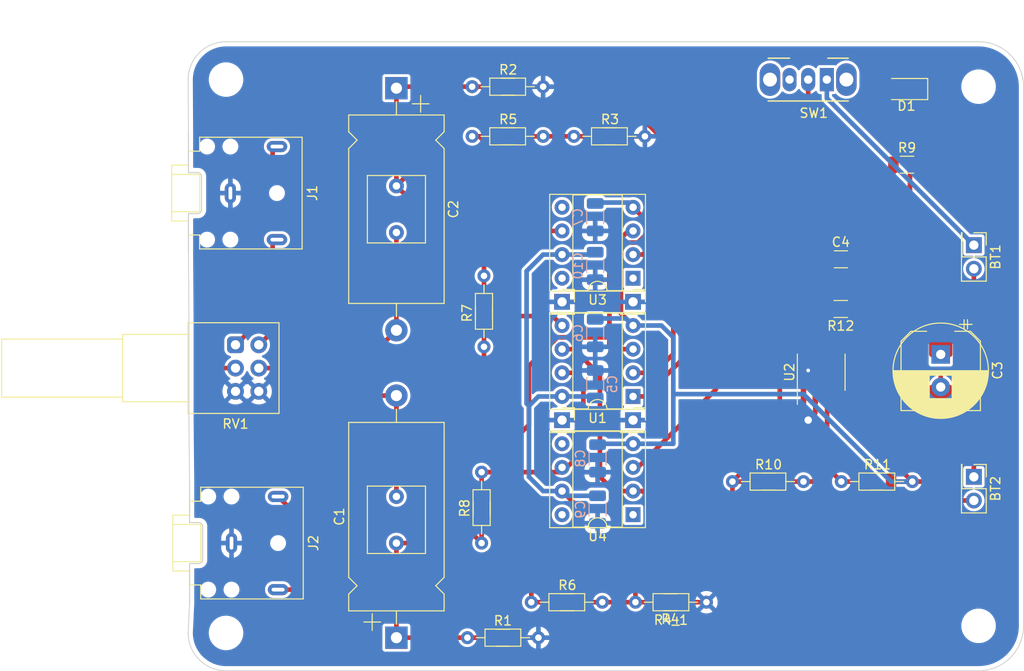
<source format=kicad_pcb>
(kicad_pcb (version 20221018) (generator pcbnew)
  (layers (0 "F.Cu" signal) (31 "B.Cu" signal) (34 "B.Paste" user) (35 "F.Paste" user) (36 "B.SilkS" user "B.Silkscreen") (37 "F.SilkS" user "F.Silkscreen") (38 "B.Mask" user) (39 "F.Mask" user) (44 "Edge.Cuts" user))
  (net 0 "")
  (net 1 "Net-(BT1-+)")
  (net 2 "Net-(BT1--)")
  (net 3 "V-")
  (net 4 "/1+")
  (net 5 "Net-(C1-Pad2)")
  (net 6 "/2+")
  (net 7 "Net-(C2-Pad2)")
  (net 8 "V+")
  (net 9 "Net-(C4-Pad1)")
  (net 10 "GND")
  (net 11 "Net-(D1-A)")
  (net 12 "Net-(J1-PadR)")
  (net 13 "Net-(J1-PadT)")
  (net 14 "Net-(J2-PadR)")
  (net 15 "Net-(J2-PadT)")
  (net 16 "/1-")
  (net 17 "/2-")
  (net 18 "/1O")
  (net 19 "/2O")
  (net 20 "Net-(U2-+)")
  (footprint "Capacitor_SMD:C_1206_3216Metric" (layer "F.Cu") (at 219.407 66.548)
    (fp_text reference "C4" (at 0 -1.85) (layer "F.SilkS"))
    (fp_text value "5pF")
    (pad "1" smd roundrect (at -1.475 0) (size 1.15 1.8) (layers "F.Cu" "F.Paste" "F.Mask") (roundrect_rratio 0.217391) (net 9 "Net-(C4-Pad1)"))
    (pad "2" smd roundrect (at 1.475 0) (size 1.15 1.8) (layers "F.Cu" "F.Paste" "F.Mask") (roundrect_rratio 0.217391) (net 10 "GND"))
  )
  (footprint "LED_SMD:LED_1206_3216Metric" (layer "F.Cu") (at 226.444 48.26 180)
    (fp_text reference "D1" (at 0 -1.82) (layer "F.SilkS"))
    (fp_text value "LED")
    (pad "1" smd roundrect (at -1.4 0 180) (size 1.25 1.75) (layers "F.Cu" "F.Paste" "F.Mask") (roundrect_rratio 0.2) (net 11 "Net-(D1-A)"))
    (pad "2" smd roundrect (at 1.4 0 180) (size 1.25 1.75) (layers "F.Cu" "F.Paste" "F.Mask") (roundrect_rratio 0.2) (net 3 "V-"))
  )
  (footprint "MountingHole:MountingHole_3.2mm_M3_ISO7380" (layer "F.Cu") (at 153.416 47.244)
    (fp_text reference "REF**" hide)
    (fp_text value "MountingHole_3.2mm_M3_ISO7380" hide)
    (pad "" np_thru_hole circle (at 0 0) (size 3.2 3.2) (drill 3.2) (layers "*.Cu" "*.Mask"))
  )
  (footprint "Connector_PinSocket_2.54mm:PinSocket_1x01_P2.54mm_Vertical" (layer "F.Cu") (at 197.104 83.82)
    (fp_text reference "TP4" hide)
    (fp_text value "TestPoint" hide)
    (pad "1" thru_hole rect (at 0 0) (size 1.7 1.7) (drill 1) (layers "*.Cu" "*.Mask") (net 10 "GND"))
  )
  (footprint "Connector_PinHeader_2.54mm:PinHeader_2x01_P2.54mm_Vertical" (layer "F.Cu") (at 233.68 65.024 -90)
    (fp_text reference "BT1" (at 1.27 -2.33 90) (layer "F.SilkS"))
    (fp_text value "9V")
    (pad "1" thru_hole rect (at 0 0 270) (size 1.7 1.7) (drill 1) (layers "*.Cu" "*.Mask") (net 1 "Net-(BT1-+)"))
    (pad "2" thru_hole oval (at 2.54 0 270) (size 1.7 1.7) (drill 1) (layers "*.Cu" "*.Mask") (net 2 "Net-(BT1--)"))
  )
  (footprint "Resistor_THT:R_Axial_DIN0204_L3.6mm_D1.6mm_P7.62mm_Horizontal" (layer "F.Cu") (at 186.182 103.378)
    (fp_text reference "R6_1" hide)
    (fp_text value "10k")
    (pad "1" thru_hole circle (at 0 0) (size 1.4 1.4) (drill 0.7) (layers "*.Cu" "*.Mask") (net 19 "/2O"))
    (pad "2" thru_hole oval (at 7.62 0) (size 1.4 1.4) (drill 0.7) (layers "*.Cu" "*.Mask") (net 17 "/2-"))
  )
  (footprint "Capacitor_THT:C_Rect_L7.0mm_W6.0mm_P5.00mm" (layer "F.Cu") (at 171.704 92.028 -90)
    (fp_text reference "C1_1" hide)
    (fp_text value "0,1µF")
    (pad "1" thru_hole circle (at 0 0 270) (size 1.6 1.6) (drill 0.8) (layers "*.Cu" "*.Mask") (net 5 "Net-(C1-Pad2)"))
    (pad "2" thru_hole circle (at 5 0 270) (size 1.6 1.6) (drill 0.8) (layers "*.Cu" "*.Mask") (net 4 "/1+"))
  )
  (footprint "Package_DIP:DIP-8_W7.62mm_Socket" (layer "F.Cu") (at 197.104 93.98 180)
    (fp_text reference "U4" (at 3.81 -2.33) (layer "F.SilkS"))
    (fp_text value "LMH6642")
    (pad "1" thru_hole rect (at 0 0 180) (size 1.6 1.6) (drill 0.8) (layers "*.Cu" "*.Mask"))
    (pad "2" thru_hole oval (at 0 2.54 180) (size 1.6 1.6) (drill 0.8) (layers "*.Cu" "*.Mask") (net 17 "/2-"))
    (pad "3" thru_hole oval (at 0 5.08 180) (size 1.6 1.6) (drill 0.8) (layers "*.Cu" "*.Mask") (net 6 "/2+"))
    (pad "4" thru_hole oval (at 0 7.62 180) (size 1.6 1.6) (drill 0.8) (layers "*.Cu" "*.Mask") (net 3 "V-"))
    (pad "5" thru_hole oval (at 7.62 7.62 180) (size 1.6 1.6) (drill 0.8) (layers "*.Cu" "*.Mask"))
    (pad "6" thru_hole oval (at 7.62 5.08 180) (size 1.6 1.6) (drill 0.8) (layers "*.Cu" "*.Mask") (net 19 "/2O"))
    (pad "7" thru_hole oval (at 7.62 2.54 180) (size 1.6 1.6) (drill 0.8) (layers "*.Cu" "*.Mask") (net 8 "V+"))
    (pad "8" thru_hole oval (at 7.62 0 180) (size 1.6 1.6) (drill 0.8) (layers "*.Cu" "*.Mask"))
  )
  (footprint "Connector_PinSocket_2.54mm:PinSocket_1x01_P2.54mm_Vertical" (layer "F.Cu") (at 197.104 71.12)
    (fp_text reference "TP2" hide)
    (fp_text value "TestPoint" hide)
    (pad "1" thru_hole rect (at 0 0) (size 1.7 1.7) (drill 1) (layers "*.Cu" "*.Mask") (net 10 "GND"))
  )
  (footprint "Resistor_SMD:R_1206_3216Metric" (layer "F.Cu") (at 183.7035 48.006)
    (fp_text reference "R2" (at 0 -1.82) (layer "F.SilkS"))
    (fp_text value "100k")
    (pad "1" smd roundrect (at -1.4625 0) (size 1.125 1.75) (layers "F.Cu" "F.Paste" "F.Mask") (roundrect_rratio 0.222222) (net 6 "/2+"))
    (pad "2" smd roundrect (at 1.4625 0) (size 1.125 1.75) (layers "F.Cu" "F.Paste" "F.Mask") (roundrect_rratio 0.222222) (net 10 "GND"))
  )
  (footprint "Connector_PinSocket_2.54mm:PinSocket_1x01_P2.54mm_Vertical" (layer "F.Cu") (at 189.484 83.82)
    (fp_text reference "TP3" hide)
    (fp_text value "TestPoint" hide)
    (pad "1" thru_hole rect (at 0 0) (size 1.7 1.7) (drill 1) (layers "*.Cu" "*.Mask") (net 10 "GND"))
  )
  (footprint "Package_DIP:DIP-8_W7.62mm_Socket" (layer "F.Cu") (at 197.104 81.28 180)
    (fp_text reference "U1" (at 3.81 -2.33) (layer "F.SilkS"))
    (fp_text value "MC33178")
    (pad "1" thru_hole rect (at 0 0 180) (size 1.6 1.6) (drill 0.8) (layers "*.Cu" "*.Mask") (net 18 "/1O"))
    (pad "2" thru_hole oval (at 0 2.54 180) (size 1.6 1.6) (drill 0.8) (layers "*.Cu" "*.Mask") (net 16 "/1-"))
    (pad "3" thru_hole oval (at 0 5.08 180) (size 1.6 1.6) (drill 0.8) (layers "*.Cu" "*.Mask") (net 4 "/1+"))
    (pad "4" thru_hole oval (at 0 7.62 180) (size 1.6 1.6) (drill 0.8) (layers "*.Cu" "*.Mask") (net 3 "V-"))
    (pad "5" thru_hole oval (at 7.62 7.62 180) (size 1.6 1.6) (drill 0.8) (layers "*.Cu" "*.Mask") (net 6 "/2+"))
    (pad "6" thru_hole oval (at 7.62 5.08 180) (size 1.6 1.6) (drill 0.8) (layers "*.Cu" "*.Mask") (net 17 "/2-"))
    (pad "7" thru_hole oval (at 7.62 2.54 180) (size 1.6 1.6) (drill 0.8) (layers "*.Cu" "*.Mask") (net 19 "/2O"))
    (pad "8" thru_hole oval (at 7.62 0 180) (size 1.6 1.6) (drill 0.8) (layers "*.Cu" "*.Mask") (net 8 "V+"))
  )
  (footprint "Capacitor_SMD:CP_Elec_8x10" (layer "F.Cu") (at 230.124 78.538 -90)
    (fp_text reference "C3" (at -0.052 -6.096 90) (layer "F.SilkS"))
    (fp_text value "220µF")
    (pad "1" smd roundrect (at -3.25 0 270) (size 3.5 2.5) (layers "F.Cu" "F.Paste" "F.Mask") (roundrect_rratio 0.1) (net 8 "V+"))
    (pad "2" smd roundrect (at 3.25 0 270) (size 3.5 2.5) (layers "F.Cu" "F.Paste" "F.Mask") (roundrect_rratio 0.1) (net 3 "V-"))
  )
  (footprint "Resistor_THT:R_Axial_DIN0204_L3.6mm_D1.6mm_P7.62mm_Horizontal" (layer "F.Cu") (at 179.324 107.188)
    (fp_text reference "R1_1" hide)
    (fp_text value "100k")
    (pad "1" thru_hole circle (at 0 0) (size 1.4 1.4) (drill 0.7) (layers "*.Cu" "*.Mask") (net 4 "/1+"))
    (pad "2" thru_hole oval (at 7.62 0) (size 1.4 1.4) (drill 0.7) (layers "*.Cu" "*.Mask") (net 10 "GND"))
  )
  (footprint "Resistor_SMD:R_1206_3216Metric" (layer "F.Cu") (at 211.6435 90.424)
    (fp_text reference "R10" (at 0 -1.82) (layer "F.SilkS"))
    (fp_text value "220k")
    (pad "1" smd roundrect (at -1.4625 0) (size 1.125 1.75) (layers "F.Cu" "F.Paste" "F.Mask") (roundrect_rratio 0.222222) (net 8 "V+"))
    (pad "2" smd roundrect (at 1.4625 0) (size 1.125 1.75) (layers "F.Cu" "F.Paste" "F.Mask") (roundrect_rratio 0.222222) (net 20 "Net-(U2-+)"))
  )
  (footprint "Resistor_SMD:R_1206_3216Metric" (layer "F.Cu") (at 180.848 93.2795 90)
    (fp_text reference "R8" (at 0 -1.82 90) (layer "F.SilkS"))
    (fp_text value "38")
    (pad "1" smd roundrect (at -1.4625 0 90) (size 1.125 1.75) (layers "F.Cu" "F.Paste" "F.Mask") (roundrect_rratio 0.222222) (net 15 "Net-(J2-PadT)"))
    (pad "2" smd roundrect (at 1.4625 0 90) (size 1.125 1.75) (layers "F.Cu" "F.Paste" "F.Mask") (roundrect_rratio 0.222222) (net 19 "/2O"))
  )
  (footprint "Resistor_SMD:R_1206_3216Metric" (layer "F.Cu") (at 223.3275 90.424)
    (fp_text reference "R11" (at 0 -1.82) (layer "F.SilkS"))
    (fp_text value "220k")
    (pad "1" smd roundrect (at -1.4625 0) (size 1.125 1.75) (layers "F.Cu" "F.Paste" "F.Mask") (roundrect_rratio 0.222222) (net 20 "Net-(U2-+)"))
    (pad "2" smd roundrect (at 1.4625 0) (size 1.125 1.75) (layers "F.Cu" "F.Paste" "F.Mask") (roundrect_rratio 0.222222) (net 3 "V-"))
  )
  (footprint "Connector_PinHeader_2.54mm:PinHeader_2x01_P2.54mm_Vertical" (layer "F.Cu") (at 233.68 89.916 -90)
    (fp_text reference "BT2" (at 1.27 -2.33 90) (layer "F.SilkS"))
    (fp_text value "9V")
    (pad "1" thru_hole rect (at 0 0 270) (size 1.7 1.7) (drill 1) (layers "*.Cu" "*.Mask") (net 2 "Net-(BT1--)"))
    (pad "2" thru_hole oval (at 2.54 0 270) (size 1.7 1.7) (drill 1) (layers "*.Cu" "*.Mask") (net 3 "V-"))
  )
  (footprint "Resistor_THT:R_Axial_DIN0204_L3.6mm_D1.6mm_P7.62mm_Horizontal" (layer "F.Cu") (at 181.102 75.946 90)
    (fp_text reference "R7_1" hide)
    (fp_text value "38")
    (pad "1" thru_hole circle (at 0 0 90) (size 1.4 1.4) (drill 0.7) (layers "*.Cu" "*.Mask") (net 14 "Net-(J2-PadR)"))
    (pad "2" thru_hole oval (at 7.62 0 90) (size 1.4 1.4) (drill 0.7) (layers "*.Cu" "*.Mask") (net 18 "/1O"))
  )
  (footprint "Resistor_THT:R_Axial_DIN0204_L3.6mm_D1.6mm_P7.62mm_Horizontal" (layer "F.Cu") (at 207.772 90.424)
    (fp_text reference "R10_1" hide)
    (fp_text value "220k")
    (pad "1" thru_hole circle (at 0 0) (size 1.4 1.4) (drill 0.7) (layers "*.Cu" "*.Mask") (net 8 "V+"))
    (pad "2" thru_hole oval (at 7.62 0) (size 1.4 1.4) (drill 0.7) (layers "*.Cu" "*.Mask") (net 20 "Net-(U2-+)"))
  )
  (footprint "Resistor_THT:R_Axial_DIN0204_L3.6mm_D1.6mm_P7.62mm_Horizontal" (layer "F.Cu") (at 204.978 103.378 180)
    (fp_text reference "R4_1" (at 3.81 -1.92) (layer "F.SilkS"))
    (fp_text value "1k")
    (pad "1" thru_hole circle (at 0 0 180) (size 1.4 1.4) (drill 0.7) (layers "*.Cu" "*.Mask") (net 10 "GND"))
    (pad "2" thru_hole oval (at 7.62 0 180) (size 1.4 1.4) (drill 0.7) (layers "*.Cu" "*.Mask") (net 17 "/2-"))
  )
  (footprint "MountingHole:MountingHole_3.2mm_M3_ISO7380" (layer "F.Cu") (at 234.188 105.918)
    (fp_text reference "REF**" hide)
    (fp_text value "MountingHole_3.2mm_M3_ISO7380" hide)
    (pad "" np_thru_hole circle (at 0 0) (size 3.2 3.2) (drill 3.2) (layers "*.Cu" "*.Mask"))
  )
  (footprint "Button_Switch_THT:SW_CuK_OS102011MA1QN1_SPDT_Angled" (layer "F.Cu") (at 217.9 47.244 180)
    (fp_text reference "SW1" (at 1.4 -3.6) (layer "F.SilkS"))
    (fp_text value "SPST")
    (pad "" thru_hole oval (at -2.1 0 180) (size 2.2 3.5) (drill 1.5) (layers "*.Cu" "*.Mask"))
    (pad "" thru_hole oval (at 6.1 0 180) (size 2.2 3.5) (drill 1.5) (layers "*.Cu" "*.Mask"))
    (pad "1" thru_hole rect (at 0 0 180) (size 1.5 2.5) (drill 0.9) (layers "*.Cu" "*.Mask") (net 1 "Net-(BT1-+)"))
    (pad "2" thru_hole oval (at 2 0 180) (size 1.5 2.5) (drill 0.9) (layers "*.Cu" "*.Mask") (net 8 "V+"))
    (pad "3" thru_hole oval (at 4 0 180) (size 1.5 2.5) (drill 0.9) (layers "*.Cu" "*.Mask"))
  )
  (footprint "Connector_Audio:Jack_3.5mm_CUI_SJ1-3523N_Horizontal" (layer "F.Cu") (at 154.004 97.028 -90)
    (fp_text reference "J2" (at 0 -8.8 90) (layer "F.SilkS"))
    (fp_text value "AudioJack3")
    (fp_line (start -2.2 3.5) (end -2.2 4.5) (stroke (width 0.12)) (layer "Edge.Cuts"))
    (fp_line (start -2.2 4.5) (end -6.5 4.5) (stroke (width 0.12)) (layer "Edge.Cuts"))
    (fp_line (start 1.8 3.1) (end -1.8 3.1) (stroke (width 0.12)) (layer "Edge.Cuts"))
    (fp_line (start 2.2 3.5) (end 2.2 4.5) (stroke (width 0.12)) (layer "Edge.Cuts"))
    (fp_line (start 2.2 4.5) (end 6.5 4.5) (stroke (width 0.12)) (layer "Edge.Cuts"))
    (fp_arc (start -2.2 3.5) (mid -2.082842 3.217158) (end -1.8 3.1) (stroke (width 0.12)) (layer "Edge.Cuts"))
    (fp_arc (start 1.8 3.1) (mid 2.082843 3.217157) (end 2.2 3.5) (stroke (width 0.12)) (layer "Edge.Cuts"))
    (pad "" np_thru_hole circle (at -5 0 270) (size 1.2 1.2) (drill 1.2) (layers "*.Cu"))
    (pad "" np_thru_hole circle (at -5 2.5 270) (size 1.2 1.2) (drill 1.2) (layers "*.Cu"))
    (pad "" np_thru_hole circle (at 0 -5 270) (size 1.2 1.2) (drill 1.2) (layers "*.Cu"))
    (pad "" np_thru_hole circle (at 5 0 270) (size 1.2 1.2) (drill 1.2) (layers "*.Cu"))
    (pad "" np_thru_hole circle (at 5 2.5 270) (size 1.2 1.2) (drill 1.2) (layers "*.Cu"))
    (pad "R" thru_hole oval (at -5 -5 270) (size 1.2 2.2) (drill oval 0.4 1.4) (layers "*.Cu" "*.Mask") (net 14 "Net-(J2-PadR)"))
    (pad "S" thru_hole oval (at 0 0 270) (size 2.2 1.2) (drill oval 1.4 0.4) (layers "*.Cu" "*.Mask") (net 10 "GND"))
    (pad "T" thru_hole oval (at 5 -5 90) (size 1.2 2.2) (drill oval 0.4 1.4) (layers "*.Cu" "*.Mask") (net 15 "Net-(J2-PadT)"))
  )
  (footprint "Connector_PinSocket_2.54mm:PinSocket_1x01_P2.54mm_Vertical" (layer "F.Cu") (at 189.484 71.12)
    (fp_text reference "TP1" hide)
    (fp_text value "TestPoint" hide)
    (pad "1" thru_hole rect (at 0 0) (size 1.7 1.7) (drill 1) (layers "*.Cu" "*.Mask") (net 10 "GND"))
  )
  (footprint "Potentiometer_THT:Potentiometer_Alps_RK097_Dual_Horizontal" (layer "F.Cu") (at 154.432 75.732)
    (fp_text reference "RV1" (at 0 8.5 180) (layer "F.SilkS"))
    (fp_text value "DUAL_POT 10k")
    (fp_line (start -5 -2.7) (end -5 7.7) (stroke (width 0.1)) (layer "Edge.Cuts"))
    (pad "1" thru_hole roundrect (at 0 0 180) (size 1.8 1.8) (drill 1) (layers "*.Cu" "*.Mask") (net 12 "Net-(J1-PadR)"))
    (pad "2" thru_hole circle (at 0 2.5 180) (size 1.8 1.8) (drill 1) (layers "*.Cu" "*.Mask") (net 5 "Net-(C1-Pad2)"))
    (pad "3" thru_hole circle (at 0 5 180) (size 1.8 1.8) (drill 1) (layers "*.Cu" "*.Mask") (net 10 "GND"))
    (pad "4" thru_hole circle (at 2.5 0 180) (size 1.8 1.8) (drill 1) (layers "*.Cu" "*.Mask") (net 13 "Net-(J1-PadT)"))
    (pad "5" thru_hole circle (at 2.5 2.5 180) (size 1.8 1.8) (drill 1) (layers "*.Cu" "*.Mask") (net 7 "Net-(C2-Pad2)"))
    (pad "6" thru_hole circle (at 2.5 5 180) (size 1.8 1.8) (drill 1) (layers "*.Cu" "*.Mask") (net 10 "GND"))
  )
  (footprint "Capacitor_THT:CP_Radial_D10.0mm_P3.50mm" (layer "F.Cu") (at 230.124 76.764 -90)
    (fp_text reference "C3_1" hide)
    (fp_text value "220µF")
    (pad "1" thru_hole rect (at 0 0 270) (size 2 2) (drill 1) (layers "*.Cu" "*.Mask") (net 8 "V+"))
    (pad "2" thru_hole circle (at 3.5 0 270) (size 2 2) (drill 1) (layers "*.Cu" "*.Mask") (net 3 "V-"))
  )
  (footprint "MountingHole:MountingHole_3.2mm_M3_ISO7380" (layer "F.Cu") (at 234.188 48.006)
    (fp_text reference "REF**" hide)
    (fp_text value "MountingHole_3.2mm_M3_ISO7380" hide)
    (pad "" np_thru_hole circle (at 0 0) (size 3.2 3.2) (drill 3.2) (layers "*.Cu" "*.Mask"))
  )
  (footprint "Capacitor_THT:C_Rect_L7.0mm_W6.0mm_P5.00mm" (layer "F.Cu") (at 171.704 63.668 90)
    (fp_text reference "C2_1" hide)
    (fp_text value "0,1µF")
    (pad "1" thru_hole circle (at 0 0 90) (size 1.6 1.6) (drill 0.8) (layers "*.Cu" "*.Mask") (net 7 "Net-(C2-Pad2)"))
    (pad "2" thru_hole circle (at 5 0 90) (size 1.6 1.6) (drill 0.8) (layers "*.Cu" "*.Mask") (net 6 "/2+"))
  )
  (footprint "Resistor_SMD:R_1206_3216Metric" (layer "F.Cu") (at 194.6255 53.34)
    (fp_text reference "R3" (at 0 -1.82) (layer "F.SilkS"))
    (fp_text value "1k")
    (pad "1" smd roundrect (at -1.4625 0) (size 1.125 1.75) (layers "F.Cu" "F.Paste" "F.Mask") (roundrect_rratio 0.222222) (net 16 "/1-"))
    (pad "2" smd roundrect (at 1.4625 0) (size 1.125 1.75) (layers "F.Cu" "F.Paste" "F.Mask") (roundrect_rratio 0.222222) (net 10 "GND"))
  )
  (footprint "Resistor_THT:R_Axial_DIN0204_L3.6mm_D1.6mm_P7.62mm_Horizontal" (layer "F.Cu") (at 219.456 90.424)
    (fp_text reference "R11_1" hide)
    (fp_text value "220k")
    (pad "1" thru_hole circle (at 0 0) (size 1.4 1.4) (drill 0.7) (layers "*.Cu" "*.Mask") (net 20 "Net-(U2-+)"))
    (pad "2" thru_hole oval (at 7.62 0) (size 1.4 1.4) (drill 0.7) (layers "*.Cu" "*.Mask") (net 3 "V-"))
  )
  (footprint "Package_SO:SOIC-8_3.9x4.9mm_P1.27mm" (layer "F.Cu") (at 217.297 78.675 90)
    (fp_text reference "U2" (at 0 -3.4 90) (layer "F.SilkS"))
    (fp_text value "LMH6642")
    (pad "1" smd roundrect (at -2.475 -1.905 90) (size 1.95 0.6) (layers "F.Cu" "F.Paste" "F.Mask"))
    (pad "2" smd roundrect (at -2.475 -0.635 90) (size 1.95 0.6) (layers "F.Cu" "F.Paste" "F.Mask") (net 10 "GND"))
    (pad "3" smd roundrect (at -2.475 0.635 90) (size 1.95 0.6) (layers "F.Cu" "F.Paste" "F.Mask") (net 20 "Net-(U2-+)"))
    (pad "4" smd roundrect (at -2.475 1.905 90) (size 1.95 0.6) (layers "F.Cu" "F.Paste" "F.Mask") (net 3 "V-"))
    (pad "5" smd roundrect (at 2.475 1.905 90) (size 1.95 0.6) (layers "F.Cu" "F.Paste" "F.Mask"))
    (pad "6" smd roundrect (at 2.475 0.635 90) (size 1.95 0.6) (layers "F.Cu" "F.Paste" "F.Mask") (net 9 "Net-(C4-Pad1)"))
    (pad "7" smd roundrect (at 2.475 -0.635 90) (size 1.95 0.6) (layers "F.Cu" "F.Paste" "F.Mask") (net 8 "V+"))
    (pad "8" smd roundrect (at 2.475 -1.905 90) (size 1.95 0.6) (layers "F.Cu" "F.Paste" "F.Mask"))
  )
  (footprint "Resistor_THT:R_Axial_DIN0204_L3.6mm_D1.6mm_P7.62mm_Horizontal" (layer "F.Cu") (at 180.848 97.028 90)
    (fp_text reference "R8_1" hide)
    (fp_text value "38")
    (pad "1" thru_hole circle (at 0 0 90) (size 1.4 1.4) (drill 0.7) (layers "*.Cu" "*.Mask") (net 15 "Net-(J2-PadT)"))
    (pad "2" thru_hole oval (at 7.62 0 90) (size 1.4 1.4) (drill 0.7) (layers "*.Cu" "*.Mask") (net 19 "/2O"))
  )
  (footprint "Package_DIP:DIP-8_W7.62mm_Socket" (layer "F.Cu") (at 197.104 68.58 180)
    (fp_text reference "U3" (at 3.81 -2.33) (layer "F.SilkS"))
    (fp_text value "LMH6642")
    (pad "1" thru_hole rect (at 0 0 180) (size 1.6 1.6) (drill 0.8) (layers "*.Cu" "*.Mask"))
    (pad "2" thru_hole oval (at 0 2.54 180) (size 1.6 1.6) (drill 0.8) (layers "*.Cu" "*.Mask") (net 16 "/1-"))
    (pad "3" thru_hole oval (at 0 5.08 180) (size 1.6 1.6) (drill 0.8) (layers "*.Cu" "*.Mask") (net 4 "/1+"))
    (pad "4" thru_hole oval (at 0 7.62 180) (size 1.6 1.6) (drill 0.8) (layers "*.Cu" "*.Mask") (net 3 "V-"))
    (pad "5" thru_hole oval (at 7.62 7.62 180) (size 1.6 1.6) (drill 0.8) (layers "*.Cu" "*.Mask"))
    (pad "6" thru_hole oval (at 7.62 5.08 180) (size 1.6 1.6) (drill 0.8) (layers "*.Cu" "*.Mask") (net 18 "/1O"))
    (pad "7" thru_hole oval (at 7.62 2.54 180) (size 1.6 1.6) (drill 0.8) (layers "*.Cu" "*.Mask") (net 8 "V+"))
    (pad "8" thru_hole oval (at 7.62 0 180) (size 1.6 1.6) (drill 0.8) (layers "*.Cu" "*.Mask"))
  )
  (footprint "Resistor_SMD:R_1206_3216Metric" (layer "F.Cu") (at 183.134 107.188)
    (fp_text reference "R1" (at 0 -1.82) (layer "F.SilkS"))
    (fp_text value "100k")
    (pad "1" smd roundrect (at -1.4625 0) (size 1.125 1.75) (layers "F.Cu" "F.Paste" "F.Mask") (roundrect_rratio 0.222222) (net 4 "/1+"))
    (pad "2" smd roundrect (at 1.4625 0) (size 1.125 1.75) (layers "F.Cu" "F.Paste" "F.Mask") (roundrect_rratio 0.222222) (net 10 "GND"))
  )
  (footprint "Resistor_SMD:R_1206_3216Metric" (layer "F.Cu") (at 219.3945 71.882 180)
    (fp_text reference "R12" (at 0 -1.82) (layer "F.SilkS"))
    (fp_text value "1k")
    (pad "1" smd roundrect (at -1.4625 0 180) (size 1.125 1.75) (layers "F.Cu" "F.Paste" "F.Mask") (roundrect_rratio 0.222222) (net 10 "GND"))
    (pad "2" smd roundrect (at 1.4625 0 180) (size 1.125 1.75) (layers "F.Cu" "F.Paste" "F.Mask") (roundrect_rratio 0.222222) (net 9 "Net-(C4-Pad1)"))
  )
  (footprint "Resistor_SMD:R_1206_3216Metric" (layer "F.Cu") (at 181.102 72.3285 90)
    (fp_text reference "R7" (at 0 -1.82 90) (layer "F.SilkS"))
    (fp_text value "38")
    (pad "1" smd roundrect (at -1.4625 0 90) (size 1.125 1.75) (layers "F.Cu" "F.Paste" "F.Mask") (roundrect_rratio 0.222222) (net 14 "Net-(J2-PadR)"))
    (pad "2" smd roundrect (at 1.4625 0 90) (size 1.125 1.75) (layers "F.Cu" "F.Paste" "F.Mask") (roundrect_rratio 0.222222) (net 18 "/1O"))
  )
  (footprint "Resistor_SMD:R_1206_3216Metric" (layer "F.Cu") (at 190.0535 103.378)
    (fp_text reference "R6" (at 0 -1.82) (layer "F.SilkS"))
    (fp_text value "10k")
    (pad "1" smd roundrect (at -1.4625 0) (size 1.125 1.75) (layers "F.Cu" "F.Paste" "F.Mask") (roundrect_rratio 0.222222) (net 19 "/2O"))
    (pad "2" smd roundrect (at 1.4625 0) (size 1.125 1.75) (layers "F.Cu" "F.Paste" "F.Mask") (roundrect_rratio 0.222222) (net 17 "/2-"))
  )
  (footprint "Capacitor_THT:CP_Axial_L20.0mm_D10.0mm_P26.00mm_Horizontal" (layer "F.Cu") (at 171.704 107.188 90)
    (fp_text reference "C1" (at 13 -6.12 90) (layer "F.SilkS"))
    (fp_text value "0.1µF")
    (pad "1" thru_hole rect (at 0 0 90) (size 2.4 2.4) (drill 1.2) (layers "*.Cu" "*.Mask") (net 4 "/1+"))
    (pad "2" thru_hole oval (at 26 0 90) (size 2.4 2.4) (drill 1.2) (layers "*.Cu" "*.Mask") (net 5 "Net-(C1-Pad2)"))
  )
  (footprint "Resistor_SMD:R_1206_3216Metric" (layer "F.Cu") (at 201.1065 103.378 180)
    (fp_text reference "R4" (at 0 -1.82) (layer "F.SilkS"))
    (fp_text value "1k")
    (pad "1" smd roundrect (at -1.4625 0 180) (size 1.125 1.75) (layers "F.Cu" "F.Paste" "F.Mask") (roundrect_rratio 0.222222) (net 10 "GND"))
    (pad "2" smd roundrect (at 1.4625 0 180) (size 1.125 1.75) (layers "F.Cu" "F.Paste" "F.Mask") (roundrect_rratio 0.222222) (net 17 "/2-"))
  )
  (footprint "MountingHole:MountingHole_3.2mm_M3_ISO7380" (layer "F.Cu") (at 153.416 106.68)
    (fp_text reference "REF**" hide)
    (fp_text value "MountingHole_3.2mm_M3_ISO7380" hide)
    (pad "" np_thru_hole circle (at 0 0) (size 3.2 3.2) (drill 3.2) (layers "*.Cu" "*.Mask"))
  )
  (footprint "Capacitor_THT:CP_Axial_L20.0mm_D10.0mm_P26.00mm_Horizontal" (layer "F.Cu") (at 171.704 48.168 -90)
    (fp_text reference "C2" (at 13 -6.12 90) (layer "F.SilkS"))
    (fp_text value "0.1µF")
    (pad "1" thru_hole rect (at 0 0 270) (size 2.4 2.4) (drill 1.2) (layers "*.Cu" "*.Mask") (net 6 "/2+"))
    (pad "2" thru_hole oval (at 26 0 270) (size 2.4 2.4) (drill 1.2) (layers "*.Cu" "*.Mask") (net 7 "Net-(C2-Pad2)"))
  )
  (footprint "Resistor_THT:R_Axial_DIN0204_L3.6mm_D1.6mm_P7.62mm_Horizontal" (layer "F.Cu") (at 190.754 53.34)
    (fp_text reference "R3_1" hide)
    (fp_text value "1k")
    (pad "1" thru_hole circle (at 0 0) (size 1.4 1.4) (drill 0.7) (layers "*.Cu" "*.Mask") (net 16 "/1-"))
    (pad "2" thru_hole oval (at 7.62 0) (size 1.4 1.4) (drill 0.7) (layers "*.Cu" "*.Mask") (net 10 "GND"))
  )
  (footprint "Resistor_SMD:R_1206_3216Metric" (layer "F.Cu") (at 226.5065 56.388)
    (fp_text reference "R9" (at 0 -1.82) (layer "F.SilkS"))
    (fp_text value "100k")
    (pad "1" smd roundrect (at -1.4625 0) (size 1.125 1.75) (layers "F.Cu" "F.Paste" "F.Mask") (roundrect_rratio 0.222222) (net 8 "V+"))
    (pad "2" smd roundrect (at 1.4625 0) (size 1.125 1.75) (layers "F.Cu" "F.Paste" "F.Mask") (roundrect_rratio 0.222222) (net 11 "Net-(D1-A)"))
  )
  (footprint "Resistor_SMD:R_1206_3216Metric" (layer "F.Cu") (at 183.7035 53.34)
    (fp_text reference "R5" (at 0 -1.82) (layer "F.SilkS"))
    (fp_text value "10k")
    (pad "1" smd roundrect (at -1.4625 0) (size 1.125 1.75) (layers "F.Cu" "F.Paste" "F.Mask") (roundrect_rratio 0.222222) (net 18 "/1O"))
    (pad "2" smd roundrect (at 1.4625 0) (size 1.125 1.75) (layers "F.Cu" "F.Paste" "F.Mask") (roundrect_rratio 0.222222) (net 16 "/1-"))
  )
  (footprint "Connector_Audio:Jack_3.5mm_CUI_SJ1-3523N_Horizontal" (layer "F.Cu") (at 153.884 59.436 -90)
    (fp_text reference "J1" (at 0 -8.8 90) (layer "F.SilkS"))
    (fp_text value "AudioJack3")
    (fp_line (start -2.2 3.5) (end -2.2 4.5) (stroke (width 0.12)) (layer "Edge.Cuts"))
    (fp_line (start -2.2 4.5) (end -6.5 4.5) (stroke (width 0.12)) (layer "Edge.Cuts"))
    (fp_line (start 1.8 3.1) (end -1.8 3.1) (stroke (width 0.12)) (layer "Edge.Cuts"))
    (fp_line (start 2.2 3.5) (end 2.2 4.5) (stroke (width 0.12)) (layer "Edge.Cuts"))
    (fp_line (start 2.2 4.5) (end 6.5 4.5) (stroke (width 0.12)) (layer "Edge.Cuts"))
    (fp_arc (start -2.2 3.5) (mid -2.082842 3.217158) (end -1.8 3.1) (stroke (width 0.12)) (layer "Edge.Cuts"))
    (fp_arc (start 1.8 3.1) (mid 2.082843 3.217157) (end 2.2 3.5) (stroke (width 0.12)) (layer "Edge.Cuts"))
    (pad "" np_thru_hole circle (at -5 0 270) (size 1.2 1.2) (drill 1.2) (layers "*.Cu"))
    (pad "" np_thru_hole circle (at -5 2.5 270) (size 1.2 1.2) (drill 1.2) (layers "*.Cu"))
    (pad "" np_thru_hole circle (at 0 -5 270) (size 1.2 1.2) (drill 1.2) (layers "*.Cu"))
    (pad "" np_thru_hole circle (at 5 0 270) (size 1.2 1.2) (drill 1.2) (layers "*.Cu"))
    (pad "" np_thru_hole circle (at 5 2.5 270) (size 1.2 1.2) (drill 1.2) (layers "*.Cu"))
    (pad "R" thru_hole oval (at -5 -5 270) (size 1.2 2.2) (drill oval 0.4 1.4) (layers "*.Cu" "*.Mask") (net 12 "Net-(J1-PadR)"))
    (pad "S" thru_hole oval (at 0 0 270) (size 2.2 1.2) (drill oval 1.4 0.4) (layers "*.Cu" "*.Mask") (net 10 "GND"))
    (pad "T" thru_hole oval (at 5 -5 90) (size 1.2 2.2) (drill oval 0.4 1.4) (layers "*.Cu" "*.Mask") (net 13 "Net-(J1-PadT)"))
  )
  (footprint "Resistor_THT:R_Axial_DIN0204_L3.6mm_D1.6mm_P7.62mm_Horizontal" (layer "F.Cu") (at 179.832 53.34)
    (fp_text reference "R5_1" hide)
    (fp_text value "10k")
    (pad "1" thru_hole circle (at 0 0) (size 1.4 1.4) (drill 0.7) (layers "*.Cu" "*.Mask") (net 18 "/1O"))
    (pad "2" thru_hole oval (at 7.62 0) (size 1.4 1.4) (drill 0.7) (layers "*.Cu" "*.Mask") (net 16 "/1-"))
  )
  (footprint "Resistor_THT:R_Axial_DIN0204_L3.6mm_D1.6mm_P7.62mm_Horizontal" (layer "F.Cu") (at 179.832 48.006)
    (fp_text reference "R2_1" hide)
    (fp_text value "100k")
    (pad "1" thru_hole circle (at 0 0) (size 1.4 1.4) (drill 0.7) (layers "*.Cu" "*.Mask") (net 6 "/2+"))
    (pad "2" thru_hole oval (at 7.62 0) (size 1.4 1.4) (drill 0.7) (layers "*.Cu" "*.Mask") (net 10 "GND"))
  )
  (footprint "Capacitor_SMD:C_1206_3216Metric" (layer "B.Cu") (at 193.294 87.933 -90)
    (fp_text reference "C8" (at 0 1.85 90) (layer "B.SilkS") (effects (justify mirror)))
    (fp_text value "100nF")
    (pad "1" smd roundrect (at -1.475 0 270) (size 1.15 1.8) (layers "B.Cu" "B.Paste" "B.Mask") (roundrect_rratio 0.217391) (net 3 "V-"))
    (pad "2" smd roundrect (at 1.475 0 270) (size 1.15 1.8) (layers "B.Cu" "B.Paste" "B.Mask") (roundrect_rratio 0.217391) (net 10 "GND"))
  )
  (footprint "Capacitor_SMD:C_1206_3216Metric" (layer "B.Cu") (at 193.04 62.025 -90)
    (fp_text reference "C7" (at 0 1.85 90) (layer "B.SilkS") (effects (justify mirror)))
    (fp_text value "100nF")
    (pad "1" smd roundrect (at -1.475 0 270) (size 1.15 1.8) (layers "B.Cu" "B.Paste" "B.Mask") (roundrect_rratio 0.217391) (net 3 "V-"))
    (pad "2" smd roundrect (at 1.475 0 270) (size 1.15 1.8) (layers "B.Cu" "B.Paste" "B.Mask") (roundrect_rratio 0.217391) (net 10 "GND"))
  )
  (footprint "Capacitor_SMD:C_1206_3216Metric" (layer "B.Cu") (at 193.04 74.471 -90)
    (fp_text reference "C6" (at 0 1.85 90) (layer "B.SilkS") (effects (justify mirror)))
    (fp_text value "100nF")
    (pad "1" smd roundrect (at -1.475 0 270) (size 1.15 1.8) (layers "B.Cu" "B.Paste" "B.Mask") (roundrect_rratio 0.217391) (net 3 "V-"))
    (pad "2" smd roundrect (at 1.475 0 270) (size 1.15 1.8) (layers "B.Cu" "B.Paste" "B.Mask") (roundrect_rratio 0.217391) (net 10 "GND"))
  )
  (footprint "Capacitor_SMD:C_1206_3216Metric" (layer "B.Cu") (at 193.04 67.261 -90)
    (fp_text reference "C10" (at 0 1.85 90) (layer "B.SilkS") (effects (justify mirror)))
    (fp_text value "100nF")
    (pad "1" smd roundrect (at -1.475 0 270) (size 1.15 1.8) (layers "B.Cu" "B.Paste" "B.Mask") (roundrect_rratio 0.217391) (net 8 "V+"))
    (pad "2" smd roundrect (at 1.475 0 270) (size 1.15 1.8) (layers "B.Cu" "B.Paste" "B.Mask") (roundrect_rratio 0.217391) (net 10 "GND"))
  )
  (footprint "Capacitor_SMD:C_1206_3216Metric" (layer "B.Cu") (at 193.294 93.423 -90)
    (fp_text reference "C9" (at 0 1.85 90) (layer "B.SilkS") (effects (justify mirror)))
    (fp_text value "100nF")
    (pad "1" smd roundrect (at -1.475 0 270) (size 1.15 1.8) (layers "B.Cu" "B.Paste" "B.Mask") (roundrect_rratio 0.217391) (net 8 "V+"))
    (pad "2" smd roundrect (at 1.475 0 270) (size 1.15 1.8) (layers "B.Cu" "B.Paste" "B.Mask") (roundrect_rratio 0.217391) (net 10 "GND"))
  )
  (footprint "Capacitor_SMD:C_1206_3216Metric" (layer "B.Cu") (at 193.04 79.961 90)
    (fp_text reference "C5" (at 0 1.85 90) (layer "B.SilkS") (effects (justify mirror)))
    (fp_text value "100nF")
    (pad "1" smd roundrect (at -1.475 0 90) (size 1.15 1.8) (layers "B.Cu" "B.Paste" "B.Mask") (roundrect_rratio 0.217391) (net 8 "V+"))
    (pad "2" smd roundrect (at 1.475 0 90) (size 1.15 1.8) (layers "B.Cu" "B.Paste" "B.Mask") (roundrect_rratio 0.217391) (net 10 "GND"))
  )
  (gr_arc (start 239.014 105.918) (mid 237.600497 109.330497) (end 234.188 110.744) (stroke (width 0.1)) (layer "Edge.Cuts"))
  (gr_line (start 149.352 106.68) (end 149.504 103.528) (stroke (width 0.1)) (layer "Edge.Cuts"))
  (gr_arc (start 234.188 43.18) (mid 237.600497 44.593503) (end 239.014 48.006) (stroke (width 0.1)) (layer "Edge.Cuts"))
  (gr_arc (start 153.416 110.744) (mid 150.542318 109.553682) (end 149.352 106.68) (stroke (width 0.1)) (layer "Edge.Cuts"))
  (gr_line (start 149.384 52.936) (end 149.352 47.244) (stroke (width 0.1)) (layer "Edge.Cuts"))
  (gr_line (start 149.384 65.936) (end 149.432 73.032) (stroke (width 0.1)) (layer "Edge.Cuts"))
  (gr_line (start 239.014 48.006) (end 239.014 105.918) (stroke (width 0.1)) (layer "Edge.Cuts"))
  (gr_arc (start 149.352 47.244) (mid 150.542318 44.370318) (end 153.416 43.18) (stroke (width 0.1)) (layer "Edge.Cuts"))
  (gr_line (start 149.432 83.432) (end 149.504 90.528) (stroke (width 0.1)) (layer "Edge.Cuts"))
  (gr_line (start 234.188 43.18) (end 153.416 43.18) (stroke (width 0.1)) (layer "Edge.Cuts"))
  (gr_line (start 234.188 110.744) (end 153.416 110.744) (stroke (width 0.1)) (layer "Edge.Cuts"))
  (segment (start 217.9 49.244) (end 217.9 47.244) (width 0.5) (layer "B.Cu") (net 1))
  (segment (start 233.68 65.024) (end 217.9 49.244) (width 0.5) (layer "B.Cu") (net 1))
  (segment (start 233.68 87.376) (end 233.68 89.916) (width 0.5) (layer "F.Cu") (net 2))
  (segment (start 233.68 67.564) (end 233.68 69.596) (width 0.5) (layer "F.Cu") (net 2))
  (segment (start 233.68 69.596) (end 235.204 71.12) (width 0.5) (layer "F.Cu") (net 2))
  (segment (start 235.204 71.12) (end 235.204 85.852) (width 0.5) (layer "F.Cu") (net 2))
  (segment (start 235.204 85.852) (end 233.68 87.376) (width 0.5) (layer "F.Cu") (net 2))
  (segment (start 232.156 92.456) (end 230.124 90.424) (width 0.5) (layer "F.Cu") (net 3))
  (segment (start 198.882 62.738) (end 197.104 60.96) (width 0.5) (layer "F.Cu") (net 3))
  (segment (start 225.044 51.562) (end 226.822 53.34) (width 0.5) (layer "F.Cu") (net 3))
  (segment (start 233.68 92.456) (end 232.156 92.456) (width 0.5) (layer "F.Cu") (net 3))
  (segment (start 230.124 90.424) (end 230.124 81.788) (width 0.5) (layer "F.Cu") (net 3))
  (segment (start 197.104 73.66) (end 195.804 72.36) (width 0.5) (layer "F.Cu") (net 3))
  (segment (start 225.044 48.26) (end 225.044 51.562) (width 0.5) (layer "F.Cu") (net 3))
  (segment (start 223.012 86.36) (end 219.202 82.55) (width 0.5) (layer "F.Cu") (net 3))
  (segment (start 198.882 63.489767) (end 198.882 62.738) (width 0.5) (layer "F.Cu") (net 3))
  (segment (start 232.664 71.628) (end 232.664 79.248) (width 0.5) (layer "F.Cu") (net 3))
  (segment (start 195.804 65.28195) (end 196.33595 64.75) (width 0.5) (layer "F.Cu") (net 3))
  (segment (start 232.664 79.248) (end 230.124 81.788) (width 0.5) (layer "F.Cu") (net 3))
  (segment (start 224.79 90.424) (end 227.076 90.424) (width 0.5) (layer "F.Cu") (net 3))
  (segment (start 227.076 90.424) (end 230.124 90.424) (width 0.5) (layer "F.Cu") (net 3))
  (segment (start 195.804 72.36) (end 195.804 65.28195) (width 0.5) (layer "F.Cu") (net 3))
  (segment (start 226.822 53.34) (end 226.822 65.786) (width 0.5) (layer "F.Cu") (net 3))
  (segment (start 226.822 65.786) (end 232.664 71.628) (width 0.5) (layer "F.Cu") (net 3))
  (segment (start 196.33595 64.75) (end 197.621767 64.75) (width 0.5) (layer "F.Cu") (net 3))
  (segment (start 197.621767 64.75) (end 198.882 63.489767) (width 0.5) (layer "F.Cu") (net 3))
  (segment (start 223.012 86.36) (end 227.076 90.424) (width 0.5) (layer "F.Cu") (net 3))
  (segment (start 219.202 82.55) (end 219.202 81.092) (width 0.5) (layer "F.Cu") (net 3))
  (segment (start 230.124 79.192) (end 230.124 81.788) (width 0.5) (layer "F.Cu") (net 3))
  (segment (start 201.422 82.55) (end 201.422 81.026) (width 0.5) (layer "B.Cu") (net 3))
  (segment (start 201.422 74.93) (end 200.152 73.66) (width 0.5) (layer "B.Cu") (net 3))
  (segment (start 201.422 86.36) (end 201.422 82.55) (width 0.5) (layer "B.Cu") (net 3))
  (segment (start 193.138 60.452) (end 193.04 60.55) (width 0.5) (layer "B.Cu") (net 3))
  (segment (start 193.138 72.898) (end 193.04 72.996) (width 0.5) (layer "B.Cu") (net 3))
  (segment (start 201.422 81.026) (end 215.392 81.026) (width 0.5) (layer "B.Cu") (net 3))
  (segment (start 196.342 72.898) (end 193.138 72.898) (width 0.5) (layer "B.Cu") (net 3))
  (segment (start 201.422 81.026) (end 201.422 74.93) (width 0.5) (layer "B.Cu") (net 3))
  (segment (start 197.104 86.36) (end 201.422 86.36) (width 0.5) (layer "B.Cu") (net 3))
  (segment (start 197.104 86.36) (end 193.392 86.36) (width 0.5) (layer "B.Cu") (net 3))
  (segment (start 197.104 60.96) (end 196.596 60.452) (width 0.5) (layer "B.Cu") (net 3))
  (segment (start 224.79 90.424) (end 227.076 90.424) (width 0.5) (layer "B.Cu") (net 3))
  (segment (start 200.152 73.66) (end 197.104 73.66) (width 0.5) (layer "B.Cu") (net 3))
  (segment (start 197.104 73.66) (end 196.342 72.898) (width 0.5) (layer "B.Cu") (net 3))
  (segment (start 193.392 86.36) (end 193.294 86.458) (width 0.5) (layer "B.Cu") (net 3))
  (segment (start 215.392 81.026) (end 224.79 90.424) (width 0.5) (layer "B.Cu") (net 3))
  (segment (start 196.596 60.452) (end 193.138 60.452) (width 0.5) (layer "B.Cu") (net 3))
  (segment (start 197.104 62.992) (end 194.564 65.532) (width 0.5) (layer "F.Cu") (net 4))
  (segment (start 195.072 76.2) (end 197.104 76.2) (width 0.5) (layer "F.Cu") (net 4))
  (segment (start 184.404 85.852) (end 185.928 84.328) (width 0.5) (layer "F.Cu") (net 4))
  (segment (start 184.15 94.234) (end 183.134 93.218) (width 0.5) (layer "F.Cu") (net 4))
  (segment (start 182.372 100.076) (end 184.15 98.298) (width 0.5) (layer "F.Cu") (net 4))
  (segment (start 194.564 75.692) (end 195.072 76.2) (width 0.5) (layer "F.Cu") (net 4))
  (segment (start 194.564 74.93) (end 194.564 75.692) (width 0.5) (layer "F.Cu") (net 4))
  (segment (start 181.6715 107.188) (end 179.324 107.188) (width 0.5) (layer "F.Cu") (net 4))
  (segment (start 188.986233 74.93) (end 194.564 74.93) (width 0.5) (layer "F.Cu") (net 4))
  (segment (start 183.134 93.218) (end 179.07 93.218) (width 0.5) (layer "F.Cu") (net 4))
  (segment (start 184.15 98.298) (end 184.15 94.234) (width 0.5) (layer "F.Cu") (net 4))
  (segment (start 179.324 107.188) (end 171.704 107.188) (width 0.5) (layer "F.Cu") (net 4))
  (segment (start 185.928 77.988233) (end 188.986233 74.93) (width 0.5) (layer "F.Cu") (net 4))
  (segment (start 180.848 85.852) (end 184.404 85.852) (width 0.5) (layer "F.Cu") (net 4))
  (segment (start 179.07 93.218) (end 178.308 92.456) (width 0.5) (layer "F.Cu") (net 4))
  (segment (start 179.07 100.076) (end 182.372 100.076) (width 0.5) (layer "F.Cu") (net 4))
  (segment (start 178.308 92.456) (end 178.308 88.392) (width 0.5) (layer "F.Cu") (net 4))
  (segment (start 178.308 88.392) (end 180.848 85.852) (width 0.5) (layer "F.Cu") (net 4))
  (segment (start 171.704 97.028) (end 176.022 97.028) (width 0.5) (layer "F.Cu") (net 4))
  (segment (start 171.704 97.028) (end 171.704 107.188) (width 0.5) (layer "F.Cu") (net 4))
  (segment (start 194.564 65.532) (end 194.564 74.93) (width 0.5) (layer "F.Cu") (net 4))
  (segment (start 176.022 97.028) (end 179.07 100.076) (width 0.5) (layer "F.Cu") (net 4))
  (segment (start 185.928 84.328) (end 185.928 77.988233) (width 0.5) (layer "F.Cu") (net 4))
  (segment (start 160.366 81.188) (end 158.75 82.804) (width 0.5) (layer "F.Cu") (net 5))
  (segment (start 151.384 78.994) (end 152.146 78.232) (width 0.5) (layer "F.Cu") (net 5))
  (segment (start 171.704 92.028) (end 171.704 81.188) (width 0.5) (layer "F.Cu") (net 5))
  (segment (start 171.704 81.188) (end 160.366 81.188) (width 0.5) (layer "F.Cu") (net 5))
  (segment (start 153.162 82.804) (end 151.384 81.026) (width 0.5) (layer "F.Cu") (net 5))
  (segment (start 151.384 81.026) (end 151.384 78.994) (width 0.5) (layer "F.Cu") (net 5))
  (segment (start 152.146 78.232) (end 154.472 78.232) (width 0.5) (layer "F.Cu") (net 5))
  (segment (start 158.75 82.804) (end 153.162 82.804) (width 0.5) (layer "F.Cu") (net 5))
  (segment (start 182.241 48.006) (end 179.832 48.006) (width 0.5) (layer "F.Cu") (net 6))
  (segment (start 176.53 69.342) (end 179.832 72.644) (width 0.5) (layer "F.Cu") (net 6))
  (segment (start 180.08 50.292) (end 200.887949 50.292) (width 0.5) (layer "F.Cu") (net 6))
  (segment (start 188.468 72.644) (end 189.484 73.66) (width 0.5) (layer "F.Cu") (net 6))
  (segment (start 171.866 48.006) (end 171.704 48.168) (width 0.5) (layer "F.Cu") (net 6))
  (segment (start 176.53 63.494) (end 176.53 69.342) (width 0.5) (layer "F.Cu") (net 6))
  (segment (start 179.832 48.006) (end 171.866 48.006) (width 0.5) (layer "F.Cu") (net 6))
  (segment (start 179.832 72.644) (end 188.468 72.644) (width 0.5) (layer "F.Cu") (net 6))
  (segment (start 171.704 58.668) (end 176.53 63.494) (width 0.5) (layer "F.Cu") (net 6))
  (segment (start 200.887949 50.292) (end 205.994 55.398051) (width 0.5) (layer "F.Cu") (net 6))
  (segment (start 171.704 48.168) (end 171.704 58.668) (width 0.5) (layer "F.Cu") (net 6))
  (segment (start 205.994 55.398051) (end 205.994 80.518) (width 0.5) (layer "F.Cu") (net 6))
  (segment (start 171.704 58.668) (end 180.08 50.292) (width 0.5) (layer "F.Cu") (net 6))
  (segment (start 205.994 80.518) (end 197.104 89.408) (width 0.5) (layer "F.Cu") (net 6))
  (segment (start 167.64 78.232) (end 156.972 78.232) (width 0.5) (layer "F.Cu") (net 7))
  (segment (start 171.704 74.168) (end 167.64 78.232) (width 0.5) (layer "F.Cu") (net 7))
  (segment (start 171.704 63.668) (end 171.704 74.168) (width 0.5) (layer "F.Cu") (net 7))
  (segment (start 191.516 93.472) (end 189.484 91.44) (width 0.5) (layer "F.Cu") (net 8))
  (segment (start 216.662 74.93) (end 214.884 73.152) (width 0.5) (layer "F.Cu") (net 8))
  (segment (start 223.266 63.754) (end 230.124 70.612) (width 0.5) (layer "F.Cu") (net 8))
  (segment (start 191.516 96.52) (end 191.516 94.742) (width 0.5) (layer "F.Cu") (net 8))
  (segment (start 225.044 56.388) (end 225.044 61.976) (width 0.5) (layer "F.Cu") (net 8))
  (segment (start 215.9 61.468) (end 215.9 56.388) (width 0.5) (layer "F.Cu") (net 8))
  (segment (start 214.884 73.152) (end 212.852 73.152) (width 0.5) (layer "F.Cu") (net 8))
  (segment (start 212.852 64.516) (end 215.9 61.468) (width 0.5) (layer "F.Cu") (net 8))
  (segment (start 212.852 85.221) (end 212.852 85.09) (width 0.5) (layer "F.Cu") (net 8))
  (segment (start 215.9 56.388) (end 223.266 63.754) (width 0.5) (layer "F.Cu") (net 8))
  (segment (start 225.044 61.976) (end 223.266 63.754) (width 0.5) (layer "F.Cu") (net 8))
  (segment (start 212.852 73.152) (end 212.852 64.516) (width 0.5) (layer "F.Cu") (net 8))
  (segment (start 212.852 75.184) (end 212.852 73.152) (width 0.5) (layer "F.Cu") (net 8))
  (segment (start 212.852 85.09) (end 212.852 75.184) (width 0.5) (layer "F.Cu") (net 8))
  (segment (start 189.992 104.902) (end 189.992 98.044) (width 0.5) (layer "F.Cu") (net 8))
  (segment (start 191.516 106.426) (end 189.992 104.902) (width 0.5) (layer "F.Cu") (net 8))
  (segment (start 230.124 70.612) (end 230.124 75.288) (width 0.5) (layer "F.Cu") (net 8))
  (segment (start 191.516 94.742) (end 191.516 93.472) (width 0.5) (layer "F.Cu") (net 8))
  (segment (start 216.662 76.2) (end 216.662 74.93) (width 0.5) (layer "F.Cu") (net 8))
  (segment (start 215.9 47.244) (end 215.9 56.388) (width 0.5) (layer "F.Cu") (net 8))
  (segment (start 189.992 98.044) (end 191.516 96.52) (width 0.5) (layer "F.Cu") (net 8))
  (segment (start 210.181 90.424) (end 207.772 90.424) (width 0.5) (layer "F.Cu") (net 8))
  (segment (start 212.852 85.344) (end 207.772 90.424) (width 0.5) (layer "F.Cu") (net 8))
  (segment (start 212.852 85.09) (end 212.852 85.344) (width 0.5) (layer "F.Cu") (net 8))
  (segment (start 207.772 90.424) (end 207.772 104.648) (width 0.5) (layer "F.Cu") (net 8))
  (segment (start 207.772 104.648) (end 205.994 106.426) (width 0.5) (layer "F.Cu") (net 8))
  (segment (start 205.994 106.426) (end 191.516 106.426) (width 0.5) (layer "F.Cu") (net 8))
  (segment (start 189.992 91.948) (end 189.484 91.44) (width 0.5) (layer "B.Cu") (net 8))
  (segment (start 185.674 82.042) (end 185.928 82.296) (width 0.5) (layer "B.Cu") (net 8))
  (segment (start 189.484 81.28) (end 192.884 81.28) (width 0.5) (layer "B.Cu") (net 8))
  (segment (start 185.674 67.818) (end 185.674 82.042) (width 0.5) (layer "B.Cu") (net 8))
  (segment (start 186.944 81.28) (end 185.928 82.296) (width 0.5) (layer "B.Cu") (net 8))
  (segment (start 189.484 66.04) (end 192.786 66.04) (width 0.5) (layer "B.Cu") (net 8))
  (segment (start 185.928 82.296) (end 185.928 89.916) (width 0.5) (layer "B.Cu") (net 8))
  (segment (start 192.786 66.04) (end 193.04 65.786) (width 0.5) (layer "B.Cu") (net 8))
  (segment (start 189.484 66.04) (end 187.452 66.04) (width 0.5) (layer "B.Cu") (net 8))
  (segment (start 193.294 91.948) (end 189.992 91.948) (width 0.5) (layer "B.Cu") (net 8))
  (segment (start 187.452 66.04) (end 185.674 67.818) (width 0.5) (layer "B.Cu") (net 8))
  (segment (start 185.928 89.916) (end 187.452 91.44) (width 0.5) (layer "B.Cu") (net 8))
  (segment (start 192.884 81.28) (end 193.04 81.436) (width 0.5) (layer "B.Cu") (net 8))
  (segment (start 187.452 91.44) (end 189.484 91.44) (width 0.5) (layer "B.Cu") (net 8))
  (segment (start 189.484 81.28) (end 186.944 81.28) (width 0.5) (layer "B.Cu") (net 8))
  (segment (start 217.932 76.2) (end 217.932 71.882) (width 0.5) (layer "F.Cu") (net 9))
  (segment (start 217.932 71.882) (end 217.932 66.548) (width 0.5) (layer "F.Cu") (net 9))
  (segment (start 202.946 103.378) (end 204.978 103.378) (width 0.5) (layer "F.Cu") (net 10))
  (segment (start 220.882 71.857) (end 220.857 71.882) (width 0.5) (layer "F.Cu") (net 10))
  (segment (start 217.424 78.74) (end 216.662 79.502) (width 0.5) (layer "F.Cu") (net 10))
  (segment (start 220.98 72.005) (end 220.98 77.724) (width 0.5) (layer "F.Cu") (net 10))
  (segment (start 220.98 77.724) (end 219.964 78.74) (width 0.5) (layer "F.Cu") (net 10))
  (segment (start 220.882 66.548) (end 220.882 71.857) (width 0.5) (layer "F.Cu") (net 10))
  (segment (start 215.9 78.74) (end 215.9 78.486) (width 0.5) (layer "F.Cu") (net 10))
  (segment (start 216.662 81.092) (end 216.662 83.058) (width 0.5) (layer "F.Cu") (net 10))
  (segment (start 220.857 71.882) (end 220.98 72.005) (width 0.5) (layer "F.Cu") (net 10))
  (segment (start 216.662 79.502) (end 215.9 78.74) (width 0.5) (layer "F.Cu") (net 10))
  (segment (start 216.662 83.058) (end 215.9 83.82) (width 0.5) (layer "F.Cu") (net 10))
  (segment (start 187.452 48.006) (end 185.166 48.006) (width 0.5) (layer "F.Cu") (net 10))
  (segment (start 219.964 78.74) (end 217.424 78.74) (width 0.5) (layer "F.Cu") (net 10))
  (segment (start 196.088 53.34) (end 198.374 53.34) (width 0.5) (layer "F.Cu") (net 10))
  (segment (start 186.944 107.188) (end 184.5965 107.188) (width 0.5) (layer "F.Cu") (net 10))
  (segment (start 216.662 79.502) (end 216.662 81.15) (width 0.5) (layer "F.Cu") (net 10))
  (via (at 215.9 83.82) (size 1) (drill 0.8) (layers "F.Cu" "B.Cu") (net 10))
  (via (at 215.9 78.486) (size 0.8) (drill 0.4) (layers "F.Cu" "B.Cu") (net 10))
  (segment (start 227.969 48.385) (end 227.844 48.26) (width 0.5) (layer "F.Cu") (net 11))
  (segment (start 227.969 56.388) (end 227.969 48.385) (width 0.5) (layer "F.Cu") (net 11))
  (segment (start 154.472 75.732) (end 155.956 74.248) (width 0.5) (layer "F.Cu") (net 12))
  (segment (start 155.956 74.248) (end 155.956 60.340365) (width 0.5) (layer "F.Cu") (net 12))
  (segment (start 158.416 57.880365) (end 158.416 54.436) (width 0.5) (layer "F.Cu") (net 12))
  (segment (start 155.956 60.340365) (end 158.416 57.880365) (width 0.5) (layer "F.Cu") (net 12))
  (segment (start 156.972 75.732) (end 158.416 74.288) (width 0.5) (layer "F.Cu") (net 13))
  (segment (start 158.416 74.288) (end 158.416 64.436) (width 0.5) (layer "F.Cu") (net 13))
  (segment (start 160.956 93.98) (end 159.004 92.028) (width 0.5) (layer "F.Cu") (net 14))
  (segment (start 181.102 75.946) (end 181.102 83.058) (width 0.5) (layer "F.Cu") (net 14))
  (segment (start 172.974 93.98) (end 160.956 93.98) (width 0.5) (layer "F.Cu") (net 14))
  (segment (start 181.102 83.058) (end 174.498 89.662) (width 0.5) (layer "F.Cu") (net 14))
  (segment (start 181.102 73.791) (end 181.102 75.946) (width 0.5) (layer "F.Cu") (net 14))
  (segment (start 174.498 92.456) (end 172.974 93.98) (width 0.5) (layer "F.Cu") (net 14))
  (segment (start 174.498 89.662) (end 174.498 92.456) (width 0.5) (layer "F.Cu") (net 14))
  (segment (start 179.07 95.25) (end 170.434 95.25) (width 0.5) (layer "F.Cu") (net 15))
  (segment (start 163.656 102.028) (end 159.004 102.028) (width 0.5) (layer "F.Cu") (net 15))
  (segment (start 180.848 94.742) (end 180.848 97.028) (width 0.5) (layer "F.Cu") (net 15))
  (segment (start 180.848 97.028) (end 179.07 95.25) (width 0.5) (layer "F.Cu") (net 15))
  (segment (start 170.434 95.25) (end 163.656 102.028) (width 0.5) (layer "F.Cu") (net 15))
  (segment (start 199.009 65.151) (end 198.12 66.04) (width 0.5) (layer "F.Cu") (net 16))
  (segment (start 198.12 66.04) (end 197.104 66.04) (width 0.5) (layer "F.Cu") (net 16))
  (segment (start 201.422 67.818) (end 201.422 76.708) (width 0.5) (layer "F.Cu") (net 16))
  (segment (start 200.2175 66.6135) (end 201.422 67.818) (width 0.5) (layer "F.Cu") (net 16))
  (segment (start 200.2175 64.0735) (end 200.2175 66.6135) (width 0.5) (layer "F.Cu") (net 16))
  (segment (start 185.166 53.34) (end 187.452 53.34) (width 0.5) (layer "F.Cu") (net 16))
  (segment (start 193.163 53.34) (end 196.719 56.896) (width 0.5) (layer "F.Cu") (net 16))
  (segment (start 187.452 53.34) (end 190.754 53.34) (width 0.5) (layer "F.Cu") (net 16))
  (segment (start 193.163 53.34) (end 190.754 53.34) (width 0.5) (layer "F.Cu") (net 16))
  (segment (start 200.2175 58.9935) (end 200.2175 64.0735) (width 0.5) (layer "F.Cu") (net 16))
  (segment (start 199.009 65.151) (end 200.152 64.008) (width 0.5) (layer "F.Cu") (net 16))
  (segment (start 196.719 56.896) (end 198.12 56.896) (width 0.5) (layer "F.Cu") (net 16))
  (segment (start 200.2175 64.0735) (end 200.152 64.008) (width 0.5) (layer "F.Cu") (net 16))
  (segment (start 201.422 76.708) (end 199.39 78.74) (width 0.5) (layer "F.Cu") (net 16))
  (segment (start 198.12 56.896) (end 200.2175 58.9935) (width 0.5) (layer "F.Cu") (net 16))
  (segment (start 199.39 78.74) (end 197.104 78.74) (width 0.5) (layer "F.Cu") (net 16))
  (segment (start 195.072 91.44) (end 197.104 91.44) (width 0.5) (layer "F.Cu") (net 17))
  (segment (start 197.358 103.378) (end 197.358 100.584) (width 0.5) (layer "F.Cu") (net 17))
  (segment (start 194.437 90.805) (end 195.072 91.44) (width 0.5) (layer "F.Cu") (net 17))
  (segment (start 197.358 103.378) (end 200.021 103.378) (width 0.5) (layer "F.Cu") (net 17))
  (segment (start 193.802 103.378) (end 197.358 103.378) (width 0.5) (layer "F.Cu") (net 17))
  (segment (start 200.406 97.536) (end 200.406 93.726) (width 0.5) (layer "F.Cu") (net 17))
  (segment (start 189.484 76.2) (end 190.754 76.2) (width 0.5) (layer "F.Cu") (net 17))
  (segment (start 193.548 89.916) (end 194.437 90.805) (width 0.5) (layer "F.Cu") (net 17))
  (segment (start 197.104 91.44) (end 198.12 91.44) (width 0.5) (layer "F.Cu") (net 17))
  (segment (start 200.406 93.726) (end 198.755 92.075) (width 0.5) (layer "F.Cu") (net 17))
  (segment (start 198.12 91.44) (end 198.755 92.075) (width 0.5) (layer "F.Cu") (net 17))
  (segment (start 191.516 103.378) (end 193.802 103.378) (width 0.5) (layer "F.Cu") (net 17))
  (segment (start 190.754 76.2) (end 193.548 78.994) (width 0.5) (layer "F.Cu") (net 17))
  (segment (start 197.358 100.584) (end 200.406 97.536) (width 0.5) (layer "F.Cu") (net 17))
  (segment (start 193.548 78.994) (end 193.548 89.916) (width 0.5) (layer "F.Cu") (net 17))
  (segment (start 184.273 51.308) (end 197.968346 51.308) (width 0.5) (layer "F.Cu") (net 18))
  (segment (start 181.2945 64.2005) (end 181.102 64.393) (width 0.5) (layer "F.Cu") (net 18))
  (segment (start 198.404 81.28) (end 197.104 81.28) (width 0.5) (layer "F.Cu") (net 18))
  (segment (start 181.102 68.326) (end 181.102 64.393) (width 0.5) (layer "F.Cu") (net 18))
  (segment (start 204.47 75.214) (end 198.404 81.28) (width 0.5) (layer "F.Cu") (net 18))
  (segment (start 179.832 53.34) (end 180.594 53.34) (width 0.5) (layer "F.Cu") (net 18))
  (segment (start 181.2945 54.0405) (end 180.594 53.34) (width 0.5) (layer "F.Cu") (net 18))
  (segment (start 181.5485 63.9465) (end 181.2945 64.2005) (width 0.5) (layer "F.Cu") (net 18))
  (segment (start 181.995 63.5) (end 181.5485 63.9465) (width 0.5) (layer "F.Cu") (net 18))
  (segment (start 180.594 53.34) (end 182.241 53.34) (width 0.5) (layer "F.Cu") (net 18))
  (segment (start 182.241 53.34) (end 184.273 51.308) (width 0.5) (layer "F.Cu") (net 18))
  (segment (start 197.968346 51.308) (end 204.47 57.809654) (width 0.5) (layer "F.Cu") (net 18))
  (segment (start 181.102 70.866) (end 181.102 68.326) (width 0.5) (layer "F.Cu") (net 18))
  (segment (start 181.2945 64.2005) (end 181.2945 54.0405) (width 0.5) (layer "F.Cu") (net 18))
  (segment (start 204.47 57.809654) (end 204.47 75.214) (width 0.5) (layer "F.Cu") (net 18))
  (segment (start 189.484 63.5) (end 181.995 63.5) (width 0.5) (layer "F.Cu") (net 18))
  (segment (start 180.848 91.817) (end 180.848 89.408) (width 0.5) (layer "F.Cu") (net 19))
  (segment (start 190.754 78.74) (end 189.484 78.74) (width 0.5) (layer "F.Cu") (net 19))
  (segment (start 180.848 89.408) (end 189.484 89.408) (width 0.5) (layer "F.Cu") (net 19))
  (segment (start 184.273 91.817) (end 186.182 93.726) (width 0.5) (layer "F.Cu") (net 19))
  (segment (start 186.182 93.726) (end 186.182 103.378) (width 0.5) (layer "F.Cu") (net 19))
  (segment (start 186.182 103.378) (end 188.591 103.378) (width 0.5) (layer "F.Cu") (net 19))
  (segment (start 189.484 89.408) (end 191.77 87.122) (width 0.5) (layer "F.Cu") (net 19))
  (segment (start 191.77 79.756) (end 190.754 78.74) (width 0.5) (layer "F.Cu") (net 19))
  (segment (start 180.848 91.817) (end 184.273 91.817) (width 0.5) (layer "F.Cu") (net 19))
  (segment (start 191.77 87.122) (end 191.77 83.82) (width 0.5) (layer "F.Cu") (net 19))
  (segment (start 191.77 83.82) (end 191.77 79.756) (width 0.5) (layer "F.Cu") (net 19))
  (segment (start 219.456 90.424) (end 221.865 90.424) (width 0.5) (layer "F.Cu") (net 20))
  (segment (start 217.932 88.9) (end 219.456 90.424) (width 0.5) (layer "F.Cu") (net 20))
  (segment (start 215.392 90.424) (end 213.106 90.424) (width 0.5) (layer "F.Cu") (net 20))
  (segment (start 217.932 88.9) (end 216.408 90.424) (width 0.5) (layer "F.Cu") (net 20))
  (segment (start 216.408 90.424) (end 215.392 90.424) (width 0.5) (layer "F.Cu") (net 20))
  (segment (start 217.932 81.092) (end 217.932 88.9) (width 0.5) (layer "F.Cu") (net 20))
  (zone (net 10) (net_name "GND") (layer "B.Cu") (connect_pads (clearance 0.3)) (min_thickness 0.25) (fill yes (thermal_gap 0.5) (thermal_bridge_width 0.5))
    (polygon (pts (xy 239.014 43.18) (xy 149.098 43.18) (xy 149.352 110.49) (xy 227.838 110.744) (xy 239.014 110.744)))
  )
)
</source>
